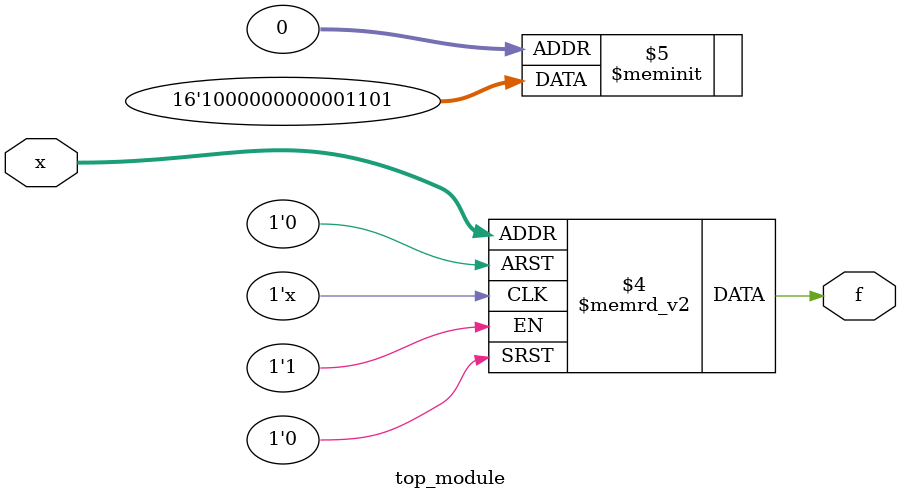
<source format=sv>
module top_module (
	input [4:1] x,
	output logic f
);

	always_comb begin
		case(x)
			4'b0000: f = 1;
			4'b0001: f = 0;
			4'b0011: f = 1;
			4'b0010: f = 1;
			4'b0110: f = 0;
			4'b0111: f = 0;
			4'b1110: f = 0;
			4'b1111: f = 1;
			default: f = 0;
		endcase
	end

endmodule

</source>
